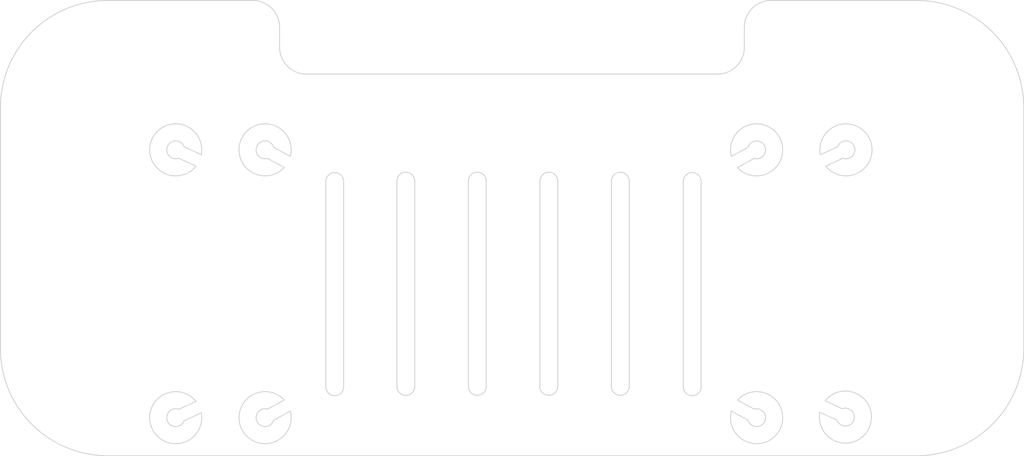
<source format=kicad_pcb>
(kicad_pcb
	(version 20240108)
	(generator "pcbnew")
	(generator_version "8.0")
	(general
		(thickness 1.6)
		(legacy_teardrops no)
	)
	(paper "A5")
	(title_block
		(title "solder:bit Gamepad")
		(date "2024-07-04")
		(rev "v0.6")
		(company "Lancaster University Devices Lab")
		(comment 1 "Aron Eggens")
	)
	(layers
		(0 "F.Cu" signal)
		(31 "B.Cu" signal)
		(32 "B.Adhes" user "B.Adhesive")
		(33 "F.Adhes" user "F.Adhesive")
		(34 "B.Paste" user)
		(35 "F.Paste" user)
		(36 "B.SilkS" user "B.Silkscreen")
		(37 "F.SilkS" user "F.Silkscreen")
		(38 "B.Mask" user)
		(39 "F.Mask" user)
		(40 "Dwgs.User" user "User.Drawings")
		(41 "Cmts.User" user "User.Comments")
		(42 "Eco1.User" user "User.Eco1")
		(43 "Eco2.User" user "User.Eco2")
		(44 "Edge.Cuts" user)
		(45 "Margin" user)
		(46 "B.CrtYd" user "B.Courtyard")
		(47 "F.CrtYd" user "F.Courtyard")
		(48 "B.Fab" user)
		(49 "F.Fab" user)
		(50 "User.1" user)
		(51 "User.2" user)
		(52 "User.3" user)
		(53 "User.4" user)
		(54 "User.5" user)
		(55 "User.6" user)
		(56 "User.7" user)
		(57 "User.8" user)
		(58 "User.9" user)
	)
	(setup
		(stackup
			(layer "F.SilkS"
				(type "Top Silk Screen")
				(color "White")
			)
			(layer "F.Paste"
				(type "Top Solder Paste")
			)
			(layer "F.Mask"
				(type "Top Solder Mask")
				(color "Black")
				(thickness 0.01)
			)
			(layer "F.Cu"
				(type "copper")
				(thickness 0.035)
			)
			(layer "dielectric 1"
				(type "core")
				(color "FR4 natural")
				(thickness 1.51)
				(material "FR4")
				(epsilon_r 4.5)
				(loss_tangent 0.02)
			)
			(layer "B.Cu"
				(type "copper")
				(thickness 0.035)
			)
			(layer "B.Mask"
				(type "Bottom Solder Mask")
				(color "Black")
				(thickness 0.01)
			)
			(layer "B.Paste"
				(type "Bottom Solder Paste")
			)
			(layer "B.SilkS"
				(type "Bottom Silk Screen")
				(color "White")
			)
			(copper_finish "ENIG")
			(dielectric_constraints no)
		)
		(pad_to_mask_clearance 0)
		(allow_soldermask_bridges_in_footprints no)
		(aux_axis_origin 104.125 68.25)
		(grid_origin 104.125 68.25)
		(pcbplotparams
			(layerselection 0x00010fc_ffffffff)
			(plot_on_all_layers_selection 0x0000000_00000000)
			(disableapertmacros no)
			(usegerberextensions yes)
			(usegerberattributes yes)
			(usegerberadvancedattributes no)
			(creategerberjobfile no)
			(dashed_line_dash_ratio 12.000000)
			(dashed_line_gap_ratio 3.000000)
			(svgprecision 4)
			(plotframeref no)
			(viasonmask no)
			(mode 1)
			(useauxorigin no)
			(hpglpennumber 1)
			(hpglpenspeed 20)
			(hpglpendiameter 15.000000)
			(pdf_front_fp_property_popups yes)
			(pdf_back_fp_property_popups yes)
			(dxfpolygonmode yes)
			(dxfimperialunits yes)
			(dxfusepcbnewfont yes)
			(psnegative no)
			(psa4output no)
			(plotreference yes)
			(plotvalue no)
			(plotfptext yes)
			(plotinvisibletext no)
			(sketchpadsonfab no)
			(subtractmaskfromsilk no)
			(outputformat 1)
			(mirror no)
			(drillshape 0)
			(scaleselection 1)
			(outputdirectory "../fabrication/Eurocircuits/gerbers-v0.6/")
		)
	)
	(net 0 "")
	(gr_arc
		(start 84.417893 55.792893)
		(mid 85.125 56.085786)
		(end 85.417893 56.792893)
		(stroke
			(width 0.1)
			(type default)
		)
		(layer "Edge.Cuts")
		(uuid "013d688e-6fba-464a-9250-28bd12fbe6ef")
	)
	(gr_arc
		(start 75.2499 36.514719)
		(mid 77.363504 37.385637)
		(end 78.25 39.492755)
		(stroke
			(width 0.1)
			(type default)
		)
		(layer "Edge.Cuts")
		(uuid "032c034e-9d3b-4071-b01f-0d1fa29d1304")
	)
	(gr_line
		(start 133.260392 36.514719)
		(end 149.5147 36.514719)
		(stroke
			(width 0.1)
			(type default)
		)
		(layer "Edge.Cuts")
		(uuid "06f23c76-5147-4d7a-b442-47194d79b60c")
	)
	(gr_line
		(start 127.25 44.764719)
		(end 81.25 44.764719)
		(stroke
			(width 0.1)
			(type default)
		)
		(layer "Edge.Cuts")
		(uuid "0b213f93-942d-4ea7-aaa0-6d0fe96de31b")
	)
	(gr_arc
		(start 149.5147 36.514719)
		(mid 158 40.029438)
		(end 161.514719 48.514719)
		(stroke
			(width 0.1)
			(type default)
		)
		(layer "Edge.Cuts")
		(uuid "0fe9b8f6-6265-4c00-9939-8307725e8e07")
	)
	(gr_arc
		(start 76.907174 54.209363)
		(mid 75.747101 52.771155)
		(end 77.584363 52.967826)
		(stroke
			(width 0.1)
			(type default)
		)
		(layer "Edge.Cuts")
		(uuid "12debfa5-cea3-4760-9384-f99daaca75f5")
	)
	(gr_line
		(start 115.375 79.75)
		(end 115.375 56.75)
		(stroke
			(width 0.1)
			(type default)
		)
		(layer "Edge.Cuts")
		(uuid "131d3ab9-7793-4711-a801-700ed1530ece")
	)
	(gr_line
		(start 117.375 56.75)
		(end 117.375 79.75)
		(stroke
			(width 0.1)
			(type default)
		)
		(layer "Edge.Cuts")
		(uuid "14063810-7fdf-4bd7-b489-0a3d1cb35a41")
	)
	(gr_arc
		(start 100.375 55.75)
		(mid 101.082107 56.042893)
		(end 101.375 56.75)
		(stroke
			(width 0.1)
			(type default)
		)
		(layer "Edge.Cuts")
		(uuid "16026287-e2bd-4600-86cb-4f0f9c91411e")
	)
	(gr_line
		(start 130.25 41.7647)
		(end 130.25 39.5147)
		(stroke
			(width 0.1)
			(type default)
		)
		(layer "Edge.Cuts")
		(uuid "1cd93419-1339-4fa2-98f1-b02703c2494c")
	)
	(gr_line
		(start 161.514719 48.514719)
		(end 161.514719 75.51472)
		(stroke
			(width 0.1)
			(type default)
		)
		(layer "Edge.Cuts")
		(uuid "1cde2652-67df-4755-8be6-2529545cac53")
	)
	(gr_arc
		(start 161.514719 75.51472)
		(mid 158.000001 84.000001)
		(end 149.51472 87.514719)
		(stroke
			(width 0.1)
			(type default)
		)
		(layer "Edge.Cuts")
		(uuid "1f88cc33-391d-4841-bc7e-c7af2e4176fb")
	)
	(gr_arc
		(start 93.375 79.75)
		(mid 93.082107 80.457107)
		(end 92.375 80.75)
		(stroke
			(width 0.1)
			(type default)
		)
		(layer "Edge.Cuts")
		(uuid "242add73-4d68-4faa-bce6-43467a4746a9")
	)
	(gr_line
		(start 83.417893 79.792893)
		(end 83.417893 56.792893)
		(stroke
			(width 0.1)
			(type default)
		)
		(layer "Edge.Cuts")
		(uuid "252f55f9-7e41-49e1-b674-5cc0ec088182")
	)
	(gr_line
		(start 130.665637 83.532174)
		(end 128.803332 82.51639)
		(stroke
			(width 0.1)
			(type default)
		)
		(layer "Edge.Cuts")
		(uuid "26511947-66a1-4e92-a1c7-64cd01a6593b")
	)
	(gr_arc
		(start 117.375 79.75)
		(mid 117.082107 80.457107)
		(end 116.375 80.75)
		(stroke
			(width 0.1)
			(type default)
		)
		(layer "Edge.Cuts")
		(uuid "2977310e-156c-4a7a-bc46-1ebeb85a1b97")
	)
	(gr_arc
		(start 116.375 80.75)
		(mid 115.667893 80.457107)
		(end 115.375 79.75)
		(stroke
			(width 0.1)
			(type default)
		)
		(layer "Edge.Cuts")
		(uuid "2b8ea0f0-22b8-4a0d-9c87-ae979fa642cb")
	)
	(gr_arc
		(start 129.48052 81.274854)
		(mid 134.184494 84.646061)
		(end 128.803332 82.51639)
		(stroke
			(width 0.1)
			(type default)
		)
		(layer "Edge.Cuts")
		(uuid "2f0dba45-d75a-49cd-9685-fcc48d8526c3")
	)
	(gr_arc
		(start 81.25 44.764719)
		(mid 79.128661 43.886047)
		(end 78.25 41.764719)
		(stroke
			(width 0.1)
			(type default)
		)
		(layer "Edge.Cuts")
		(uuid "30cf575e-d2af-4cab-9e9b-600a5f1542ea")
	)
	(gr_arc
		(start 92.375 55.75)
		(mid 93.082107 56.042893)
		(end 93.375 56.75)
		(stroke
			(width 0.1)
			(type default)
		)
		(layer "Edge.Cuts")
		(uuid "32a97c65-77ac-47a0-9e60-af0a7ebf33c9")
	)
	(gr_line
		(start 130.665637 52.967826)
		(end 128.803332 53.98361)
		(stroke
			(width 0.1)
			(type default)
		)
		(layer "Edge.Cuts")
		(uuid "339d7e88-ead7-4d66-b113-b621a89c9450")
	)
	(gr_arc
		(start 116.375 55.75)
		(mid 117.082107 56.042893)
		(end 117.375 56.75)
		(stroke
			(width 0.1)
			(type default)
		)
		(layer "Edge.Cuts")
		(uuid "33be2175-6ddb-45be-a99c-8cd58d17e9a2")
	)
	(gr_arc
		(start 91.375 56.75)
		(mid 91.667893 56.042893)
		(end 92.375 55.75)
		(stroke
			(width 0.1)
			(type default)
		)
		(layer "Edge.Cuts")
		(uuid "3762ea43-369c-471f-8437-1707e526e61c")
	)
	(gr_arc
		(start 141.21774 82.250106)
		(mid 142.471408 83.607504)
		(end 140.625106 83.534156)
		(stroke
			(width 0.1)
			(type default)
		)
		(layer "Edge.Cuts")
		(uuid "391a5183-e75e-4ed2-92d1-fd718d6bcc52")
	)
	(gr_arc
		(start 107.375 56.75)
		(mid 107.667893 56.042893)
		(end 108.375 55.75)
		(stroke
			(width 0.1)
			(type default)
		)
		(layer "Edge.Cuts")
		(uuid "3c5e2ca4-662b-4705-8b25-070f7c9d095b")
	)
	(gr_line
		(start 67.563343 52.904292)
		(end 69.489417 53.793245)
		(stroke
			(width 0.1)
			(type default)
		)
		(layer "Edge.Cuts")
		(uuid "3fd0a4fa-5f50-4498-a502-092640de2c5f")
	)
	(gr_line
		(start 85.417893 56.792893)
		(end 85.417893 79.792893)
		(stroke
			(width 0.1)
			(type default)
		)
		(layer "Edge.Cuts")
		(uuid "40b7e40e-a5d6-4ef7-9c9f-f03112403840")
	)
	(gr_arc
		(start 124.417893 80.792893)
		(mid 123.710786 80.5)
		(end 123.417893 79.792893)
		(stroke
			(width 0.1)
			(type default)
		)
		(layer "Edge.Cuts")
		(uuid "4450d569-ae35-4833-92fb-e084464d0c62")
	)
	(gr_arc
		(start 109.375 79.75)
		(mid 109.082107 80.457107)
		(end 108.375 80.75)
		(stroke
			(width 0.1)
			(type default)
		)
		(layer "Edge.Cuts")
		(uuid "44df7626-b422-4538-a918-16315e8baa7b")
	)
	(gr_line
		(start 140.625106 83.534156)
		(end 138.699032 82.645203)
		(stroke
			(width 0.1)
			(type default)
		)
		(layer "Edge.Cuts")
		(uuid "4e0a1980-d243-40da-9a5c-664dc30fc068")
	)
	(gr_arc
		(start 131.342826 82.290637)
		(mid 132.502899 83.728845)
		(end 130.665637 83.532174)
		(stroke
			(width 0.1)
			(type default)
		)
		(layer "Edge.Cuts")
		(uuid "4e791135-9795-4a9f-8af5-873360c029e4")
	)
	(gr_line
		(start 141.21774 82.250106)
		(end 139.291666 81.361155)
		(stroke
			(width 0.1)
			(type default)
		)
		(layer "Edge.Cuts")
		(uuid "5041f903-cc5b-4161-9ab5-8cc2a1380fb5")
	)
	(gr_line
		(start 47.014719 48.51472)
		(end 47.014719 75.51472)
		(stroke
			(width 0.1)
			(type default)
		)
		(layer "Edge.Cuts")
		(uuid "50decd12-e2dd-4a1f-b091-daa5618a7841")
	)
	(gr_line
		(start 99.375 79.75)
		(end 99.375 56.75)
		(stroke
			(width 0.1)
			(type default)
		)
		(layer "Edge.Cuts")
		(uuid "5621b373-886c-4f32-8c39-5f697c711bdb")
	)
	(gr_arc
		(start 92.375 80.75)
		(mid 91.667893 80.457107)
		(end 91.375 79.75)
		(stroke
			(width 0.1)
			(type default)
		)
		(layer "Edge.Cuts")
		(uuid "57f6740e-32db-466d-9a91-ca7e7840cb22")
	)
	(gr_line
		(start 149.51472 87.514719)
		(end 59.01472 87.514719)
		(stroke
			(width 0.1)
			(type default)
		)
		(layer "Edge.Cuts")
		(uuid "5aa56aca-94de-414c-ad34-d77d3482d78e")
	)
	(gr_arc
		(start 140.686658 52.904292)
		(mid 142.53296 52.830944)
		(end 141.279292 54.188342)
		(stroke
			(width 0.1)
			(type default)
		)
		(layer "Edge.Cuts")
		(uuid "5b1195e1-345e-42a4-8ee4-4a08402b3a2c")
	)
	(gr_arc
		(start 99.375 56.75)
		(mid 99.667893 56.042893)
		(end 100.375 55.75)
		(stroke
			(width 0.1)
			(type default)
		)
		(layer "Edge.Cuts")
		(uuid "5cd5a51a-ac66-49f6-abd3-0b01e802b8ca")
	)
	(gr_arc
		(start 85.417893 79.792893)
		(mid 85.125 80.5)
		(end 84.417893 80.792893)
		(stroke
			(width 0.1)
			(type default)
		)
		(layer "Edge.Cuts")
		(uuid "607f50b1-3f79-4bc0-b149-b5e1a5854085")
	)
	(gr_line
		(start 91.375 79.75)
		(end 91.375 56.75)
		(stroke
			(width 0.1)
			(type default)
		)
		(layer "Edge.Cuts")
		(uuid "66c37c2c-dfe3-4e36-b969-54255292b6d6")
	)
	(gr_arc
		(start 130.665637 52.967826)
		(mid 132.502899 52.771155)
		(end 131.342826 54.209363)
		(stroke
			(width 0.1)
			(type default)
		)
		(layer "Edge.Cuts")
		(uuid "67e741ce-53c5-420e-be32-ad987e985e00")
	)
	(gr_arc
		(start 128.803332 53.98361)
		(mid 134.184494 51.853939)
		(end 129.48052 55.225146)
		(stroke
			(width 0.1)
			(type default)
		)
		(layer "Edge.Cuts")
		(uuid "717b7208-02b5-4eeb-b524-ea14eb525222")
	)
	(gr_arc
		(start 115.375 56.75)
		(mid 115.667893 56.042893)
		(end 116.375 55.75)
		(stroke
			(width 0.1)
			(type default)
		)
		(layer "Edge.Cuts")
		(uuid "72739a5a-ca9e-4833-be5f-80e264bf1b64")
	)
	(gr_line
		(start 76.907174 82.290637)
		(end 78.76948 81.274854)
		(stroke
			(width 0.1)
			(type default)
		)
		(layer "Edge.Cuts")
		(uuid "7818bdb1-7ab9-4c00-8ad4-278af3dd68dd")
	)
	(gr_line
		(start 107.375 79.75)
		(end 107.375 56.75)
		(stroke
			(width 0.1)
			(type default)
		)
		(layer "Edge.Cuts")
		(uuid "7e35f4e9-8080-483c-91cb-b75116306e3d")
	)
	(gr_line
		(start 141.279292 54.188342)
		(end 139.353218 55.077293)
		(stroke
			(width 0.1)
			(type default)
		)
		(layer "Edge.Cuts")
		(uuid "82476996-5506-461c-a44e-2108585b8d33")
	)
	(gr_arc
		(start 67.563342 83.595708)
		(mid 65.71704 83.669056)
		(end 66.970708 82.311658)
		(stroke
			(width 0.1)
			(type default)
		)
		(layer "Edge.Cuts")
		(uuid "846c9c81-87cc-48ea-9a04-2b4b4bd6cb09")
	)
	(gr_line
		(start 101.375 56.75)
		(end 101.375 79.75)
		(stroke
			(width 0.1)
			(type default)
		)
		(layer "Edge.Cuts")
		(uuid "8489bf34-a59b-4413-aca2-d9d3c4e928e5")
	)
	(gr_arc
		(start 68.896783 55.077293)
		(mid 63.977865 52.028253)
		(end 69.489417 53.793245)
		(stroke
			(width 0.1)
			(type default)
		)
		(layer "Edge.Cuts")
		(uuid "855e8473-2c50-427e-82e2-055102f9fab5")
	)
	(gr_line
		(start 109.375 56.75)
		(end 109.375 79.75)
		(stroke
			(width 0.1)
			(type default)
		)
		(layer "Edge.Cuts")
		(uuid "87eb0803-2146-437c-804e-61a1c6a0a6b1")
	)
	(gr_arc
		(start 84.417893 80.792893)
		(mid 83.710786 80.5)
		(end 83.417893 79.792893)
		(stroke
			(width 0.1)
			(type default)
		)
		(layer "Edge.Cuts")
		(uuid "87eef1d2-e598-4be8-b581-936534ed1549")
	)
	(gr_arc
		(start 47.014719 48.51472)
		(mid 50.529438 40.029438)
		(end 59.01472 36.514719)
		(stroke
			(width 0.1)
			(type default)
		)
		(layer "Edge.Cuts")
		(uuid "87fc7a38-c9da-4080-8cae-b788f6e6aa8d")
	)
	(gr_line
		(start 77.584363 83.532174)
		(end 79.446668 82.51639)
		(stroke
			(width 0.1)
			(type default)
		)
		(layer "Edge.Cuts")
		(uuid "8a1be146-a247-4689-9978-f1970f24d28f")
	)
	(gr_line
		(start 78.25 41.764719)
		(end 78.25 39.492755)
		(stroke
			(width 0.1)
			(type default)
		)
		(layer "Edge.Cuts")
		(uuid "8f6527b4-53ad-4d22-b25b-04bcc191e2e6")
	)
	(gr_line
		(start 66.970709 54.188342)
		(end 68.896783 55.077293)
		(stroke
			(width 0.1)
			(type default)
		)
		(layer "Edge.Cuts")
		(uuid "90011b10-5984-4390-80ca-f8fd29d42f77")
	)
	(gr_arc
		(start 101.375 79.75)
		(mid 101.082107 80.457107)
		(end 100.375 80.75)
		(stroke
			(width 0.1)
			(type default)
		)
		(layer "Edge.Cuts")
		(uuid "94aa3cbb-1f4b-4451-967b-95c3e0716f87")
	)
	(gr_arc
		(start 139.291666 81.361155)
		(mid 144.210584 84.410195)
		(end 138.699032 82.645203)
		(stroke
			(width 0.1)
			(type default)
		)
		(layer "Edge.Cuts")
		(uuid "983f733f-132e-4fe3-aaf1-afa2e2e63ca2")
	)
	(gr_line
		(start 93.375 56.75)
		(end 93.375 79.75)
		(stroke
			(width 0.1)
			(type default)
		)
		(layer "Edge.Cuts")
		(uuid "9d643f10-0fd8-4047-9f41-cf572c7ddfab")
	)
	(gr_line
		(start 131.342826 82.290637)
		(end 129.48052 81.274854)
		(stroke
			(width 0.1)
			(type default)
		)
		(layer "Edge.Cuts")
		(uuid "9d7ccf20-6f16-4a8d-878b-3a32b3fcf0ff")
	)
	(gr_arc
		(start 79.446668 82.51639)
		(mid 74.065506 84.646061)
		(end 78.76948 81.274854)
		(stroke
			(width 0.1)
			(type default)
		)
		(layer "Edge.Cuts")
		(uuid "a1bd5c3e-f19c-44fa-889e-13cbe130235f")
	)
	(gr_arc
		(start 130.25 39.5147)
		(mid 131.132357 37.389709)
		(end 133.260392 36.514719)
		(stroke
			(width 0.1)
			(type default)
		)
		(layer "Edge.Cuts")
		(uuid "a69c407f-4475-4274-876c-f9db430aeb16")
	)
	(gr_arc
		(start 59.01472 87.514719)
		(mid 50.529439 84.000001)
		(end 47.014719 75.51472)
		(stroke
			(width 0.1)
			(type default)
		)
		(layer "Edge.Cuts")
		(uuid "a8ffbd3f-9a3f-486f-982e-1c6081062692")
	)
	(gr_line
		(start 140.686658 52.904292)
		(end 138.760584 53.793245)
		(stroke
			(width 0.1)
			(type default)
		)
		(layer "Edge.Cuts")
		(uuid "aa4f6bf6-4968-432f-9ae2-47be70d85eb7")
	)
	(gr_arc
		(start 108.375 80.75)
		(mid 107.667893 80.457107)
		(end 107.375 79.75)
		(stroke
			(width 0.1)
			(type default)
		)
		(layer "Edge.Cuts")
		(uuid "aadf0c6f-0719-4bb3-b1cc-0db49fdcc45f")
	)
	(gr_line
		(start 77.584363 52.967826)
		(end 79.446668 53.98361)
		(stroke
			(width 0.1)
			(type default)
		)
		(layer "Edge.Cuts")
		(uuid "acccbeb7-14dc-404b-a56f-42c98061f552")
	)
	(gr_arc
		(start 83.417893 56.792893)
		(mid 83.710786 56.085786)
		(end 84.417893 55.792893)
		(stroke
			(width 0.1)
			(type default)
		)
		(layer "Edge.Cuts")
		(uuid "adfb1f0a-0010-4095-b4ae-03a20748f5a2")
	)
	(gr_arc
		(start 124.417893 55.792893)
		(mid 125.125 56.085786)
		(end 125.417893 56.792893)
		(stroke
			(width 0.1)
			(type default)
		)
		(layer "Edge.Cuts")
		(uuid "b2a52377-c31f-4ae0-9eb1-db586ba66b12")
	)
	(gr_line
		(start 66.970708 82.311658)
		(end 68.896782 81.422707)
		(stroke
			(width 0.1)
			(type default)
		)
		(layer "Edge.Cuts")
		(uuid "b6fc6602-99ab-4d54-b699-256d0b452f60")
	)
	(gr_arc
		(start 108.375 55.75)
		(mid 109.082107 56.042893)
		(end 109.375 56.75)
		(stroke
			(width 0.1)
			(type default)
		)
		(layer "Edge.Cuts")
		(uuid "c301e6b8-5af4-4d09-9480-4a05fcb5c9f7")
	)
	(gr_arc
		(start 69.489416 82.706755)
		(mid 63.977864 84.471747)
		(end 68.896782 81.422707)
		(stroke
			(width 0.1)
			(type default)
		)
		(layer "Edge.Cuts")
		(uuid "c4d2418b-62d1-45c3-ad32-28860ec1f5d6")
	)
	(gr_arc
		(start 100.375 80.75)
		(mid 99.667893 80.457107)
		(end 99.375 79.75)
		(stroke
			(width 0.1)
			(type default)
		)
		(layer "Edge.Cuts")
		(uuid "c7cf25ba-d52a-4a20-8bf7-4932f13f1f42")
	)
	(gr_line
		(start 125.417893 56.792893)
		(end 125.417893 79.792893)
		(stroke
			(width 0.1)
			(type default)
		)
		(layer "Edge.Cuts")
		(uuid "cf10d467-5845-46d1-be3e-3860c0fd9c04")
	)
	(gr_arc
		(start 130.25 41.7647)
		(mid 129.37132 43.88602)
		(end 127.25 44.7647)
		(stroke
			(width 0.1)
			(type default)
		)
		(layer "Edge.Cuts")
		(uuid "d1d9c22d-f318-445a-8d15-94d04ba280ad")
	)
	(gr_arc
		(start 77.584363 83.532174)
		(mid 75.747101 83.728845)
		(end 76.907174 82.290637)
		(stroke
			(width 0.1)
			(type default)
		)
		(layer "Edge.Cuts")
		(uuid "d5a76511-2cb5-46a8-b9d0-dad3927e8117")
	)
	(gr_arc
		(start 125.417893 79.792893)
		(mid 125.125 80.5)
		(end 124.417893 80.792893)
		(stroke
			(width 0.1)
			(type default)
		)
		(layer "Edge.Cuts")
		(uuid "e2768482-154d-40ac-af47-444a9106006e")
	)
	(gr_line
		(start 123.417893 79.792893)
		(end 123.417893 56.792893)
		(stroke
			(width 0.1)
			(type default)
		)
		(layer "Edge.Cuts")
		(uuid "ec5aae75-7fb4-4c86-98af-19bd6323c08f")
	)
	(gr_arc
		(start 123.417893 56.792893)
		(mid 123.710786 56.085786)
		(end 124.417893 55.792893)
		(stroke
			(width 0.1)
			(type default)
		)
		(layer "Edge.Cuts")
		(uuid "f049af72-33c5-46d7-99c6-0e2d54f433ef")
	)
	(gr_line
		(start 131.342826 54.209363)
		(end 129.48052 55.225146)
		(stroke
			(width 0.1)
			(type default)
		)
		(layer "Edge.Cuts")
		(uuid "f19a84e9-e742-45c4-997c-6ca276b035c9")
	)
	(gr_line
		(start 76.907174 54.209363)
		(end 78.76948 55.225146)
		(stroke
			(width 0.1)
			(type default)
		)
		(layer "Edge.Cuts")
		(uuid "f2de8184-dc1f-4652-b54a-dea67371f33a")
	)
	(gr_arc
		(start 78.76948 55.225146)
		(mid 74.065506 51.853939)
		(end 79.446668 53.98361)
		(stroke
			(width 0.1)
			(type default)
		)
		(layer "Edge.Cuts")
		(uuid "f3302f31-0abb-44b8-af46-8d793f7c8722")
	)
	(gr_arc
		(start 138.760584 53.793245)
		(mid 144.272136 52.028253)
		(end 139.353218 55.077293)
		(stroke
			(width 0.1)
			(type default)
		)
		(layer "Edge.Cuts")
		(uuid "f6109979-f685-4ace-a156-307ab3f3b334")
	)
	(gr_line
		(start 67.563342 83.595708)
		(end 69.489416 82.706755)
		(stroke
			(width 0.1)
			(type default)
		)
		(layer "Edge.Cuts")
		(uuid "f8d459fd-57c8-44d8-b721-c9cd6fd1acb4")
	)
	(gr_arc
		(start 66.970709 54.188342)
		(mid 65.717041 52.830944)
		(end 67.563343 52.904292)
		(stroke
			(width 0.1)
			(type default)
		)
		(layer "Edge.Cuts")
		(uuid "fc58c363-4cf1-4600-8e45-790fc3b54611")
	)
	(gr_line
		(start 75.2499 36.514719)
		(end 59.01472 36.514719)
		(stroke
			(width 0.1)
			(type default)
		)
		(layer "Edge.Cuts")
		(uuid "fe28adc6-f34b-4ee7-a44a-38da65ea3f4d")
	)
	(dimension
		(type aligned)
		(layer "Dwgs.User")
		(uuid "13a07f3a-29e7-46b7-b5ba-7c281c20b7f9")
		(pts
			(xy 83.417893 68.292893) (xy 85.417893 68.292893)
		)
		(height -16.792893)
		(gr_text "2.0000 mm"
			(at 84.417893 50.35 0)
			(layer "Dwgs.User")
			(uuid "13a07f3a-29e7-46b7-b5ba-7c281c20b7f9")
			(effects
				(font
					(size 1 1)
					(thickness 0.15)
				)
			)
		)
		(format
			(prefix "")
			(suffix "")
			(units 3)
			(units_format 1)
			(precision 4)
		)
		(style
			(thickness 0.15)
			(arrow_length 1.27)
			(text_position_mode 0)
			(extension_height 0.58642)
			(extension_offset 0.5) keep_text_aligned)
	)
	(dimension
		(type aligned)
		(layer "Dwgs.User")
		(uuid "22463027-117c-4356-bf7e-88d08cbfe582")
		(pts
			(xy 93.375 74.5) (xy 99.375 74.5)
		)
		(height 9.75)
		(gr_text "6.0000 mm"
			(at 96.375 83.1 0)
			(layer "Dwgs.User")
			(uuid "22463027-117c-4356-bf7e-88d08cbfe582")
			(effects
				(font
					(size 1 1)
					(thickness 0.15)
				)
			)
		)
		(format
			(prefix "")
			(suffix "")
			(units 3)
			(units_format 1)
			(precision 4)
		)
		(style
			(thickness 0.15)
			(arrow_length 1.27)
			(text_position_mode 0)
			(extension_height 0.58642)
			(extension_offset 0.5) keep_text_aligned)
	)
	(dimension
		(type aligned)
		(layer "Dwgs.User")
		(uuid "2889df4b-1e6f-486f-9240-fba10a1a6800")
		(pts
			(xy 85.375 65.25) (xy 91.375 65.25)
		)
		(height 19)
		(gr_text "6.0000 mm"
			(at 88.375 83.1 0)
			(layer "Dwgs.User")
			(uuid "2889df4b-1e6f-486f-9240-fba10a1a6800")
			(effects
				(font
					(size 1 1)
					(thickness 0.15)
				)
			)
		)
		(format
			(prefix "")
			(suffix "")
			(units 3)
			(units_format 1)
			(precision 4)
		)
		(style
			(thickness 0.15)
			(arrow_length 1.27)
			(text_position_mode 0)
			(extension_height 0.58642)
			(extension_offset 0.5) keep_text_aligned)
	)
	(dimension
		(type aligned)
		(layer "Dwgs.User")
		(uuid "4426fdf2-746e-4b43-af3e-00b47affecb7")
		(pts
			(xy 141.625 52.25) (xy 141.625 54.25)
		)
		(height 4.1)
		(gr_text "2.0000 mm"
			(at 136.375 53.25 90)
			(layer "Dwgs.User")
			(uuid "4426fdf2-746e-4b43-af3e-00b47affecb7")
			(effects
				(font
					(size 1 1)
					(thickness 0.15)
				)
			)
		)
		(format
			(prefix "")
			(suffix "")
			(units 3)
			(units_format 1)
			(precision 4)
		)
		(style
			(thickness 0.15)
			(arrow_length 1.27)
			(text_position_mode 0)
			(extension_height 0.58642)
			(extension_offset 0.5) keep_text_aligned)
	)
	(dimension
		(type aligned)
		(layer "Dwgs.User")
		(uuid "5b67b492-2639-4c53-9f0d-f9305c3eaac4")
		(pts
			(xy 76.625 83.25) (xy 66.625 83.25)
		)
		(height 7.7)
		(gr_text "10.0000 mm"
			(at 71.625 74.4 0)
			(layer "Dwgs.User")
			(uuid "5b67b492-2639-4c53-9f0d-f9305c3eaac4")
			(effects
				(font
					(size 1 1)
					(thickness 0.15)
				)
			)
		)
		(format
			(prefix "")
			(suffix "")
			(units 3)
			(units_format 1)
			(precision 4)
		)
		(style
			(thickness 0.15)
			(arrow_length 1.27)
			(text_position_mode 0)
			(extension_height 0.58642)
			(extension_offset 0.5) keep_text_aligned)
	)
	(dimension
		(type aligned)
		(layer "Dwgs.User")
		(uuid "741e31d1-8dd7-4870-a806-2fecad1af7f7")
		(pts
			(xy 104.125 68.25) (xy 76.625 68.25)
		)
		(height 20.7)
		(gr_text "27.5000 mm"
			(at 90.375 46.4 0)
			(layer "Dwgs.User")
			(uuid "741e31d1-8dd7-4870-a806-2fecad1af7f7")
			(effects
				(font
					(size 1 1)
					(thickness 0.15)
				)
			)
		)
		(format
			(prefix "")
			(suffix "")
			(units 3)
			(units_format 1)
			(precision 4)
		)
		(style
			(thickness 0.15)
			(arrow_length 1.27)
			(text_position_mode 0)
			(extension_height 0.58642)
			(extension_offset 0.5) keep_text_aligned)
	)
	(dimension
		(type aligned)
		(layer "Dwgs.User")
		(uuid "7bf55c4b-3925-4460-8c1a-1271e6fe35c2")
		(pts
			(xy 84.417893 55.792893) (xy 84.417893 80.792893)
		)
		(height 3.292893)
		(gr_text "25.0000 mm"
			(at 79.975 68.292893 90)
			(layer "Dwgs.User")
			(uuid "7bf55c4b-3925-4460-8c1a-1271e6fe35c2")
			(effects
				(font
					(size 1 1)
					(thickness 0.15)
				)
			)
		)
		(format
			(prefix "")
			(suffix "")
			(units 3)
			(units_format 1)
			(precision 4)
		)
		(style
			(thickness 0.15)
			(arrow_length 1.27)
			(text_position_mode 0)
			(extension_height 0.58642)
			(extension_offset 0.5) keep_text_aligned)
	)
	(dimension
		(type aligned)
		(layer "Dwgs.User")
		(uuid "8a521037-af67-4778-8f9f-c0c598f1f795")
		(pts
			(xy 117.375 75) (xy 123.375 75)
		)
		(height 9.25)
		(gr_text "6.0000 mm"
			(at 120.375 83.1 0)
			(layer "Dwgs.User")
			(uuid "8a521037-af67-4778-8f9f-c0c598f1f795")
			(effects
				(font
					(size 1 1)
					(thickness 0.15)
				)
			)
		)
		(format
			(prefix "")
			(suffix "")
			(units 3)
			(units_format 1)
			(precision 4)
		)
		(style
			(thickness 0.15)
			(arrow_length 1.27)
			(text_position_mode 0)
			(extension_height 0.58642)
			(extension_offset 0.5) keep_text_aligned)
	)
	(dimension
		(type aligned)
		(layer "Dwgs.User")
		(uuid "8f11dd63-3fcb-444c-993f-bfa32c58a9e3")
		(pts
			(xy 141.625 53.25) (xy 141.5634 83.1884)
		)
		(height -8.974882)
		(gr_text "29.9385 mm"
			(at 149.419065 68.2353 89.88211077)
			(layer "Dwgs.User")
			(uuid "8f11dd63-3fcb-444c-993f-bfa32c58a9e3")
			(effects
				(font
					(size 1 1)
					(thickness 0.15)
				)
			)
		)
		(format
			(prefix "")
			(suffix "")
			(units 3)
			(units_format 1)
			(precision 4)
		)
		(style
			(thickness 0.15)
			(arrow_length 1.27)
			(text_position_mode 0)
			(extension_height 0.58642)
			(extension_offset 0.5) keep_text_aligned)
	)
	(dimension
		(type aligned)
		(layer "Dwgs.User")
		(uuid "94e9778e-de59-4008-b033-88eb3bc3f59f")
		(pts
			(xy 101.375 74.75) (xy 107.375 74.75)
		)
		(height 9.25)
		(gr_text "6.0000 mm"
			(at 104.375 82.85 0)
			(layer "Dwgs.User")
			(uuid "94e9778e-de59-4008-b033-88eb3bc3f59f")
			(effects
				(font
					(size 1 1)
					(thickness 0.15)
				)
			)
		)
		(format
			(prefix "")
			(suffix "")
			(units 3)
			(units_format 1)
			(precision 4)
		)
		(style
			(thickness 0.15)
			(arrow_length 1.27)
			(text_position_mode 0)
			(extension_height 0.58642)
			(extension_offset 0.5) keep_text_aligned)
	)
	(dimension
		(type aligned)
		(layer "Dwgs.User")
		(uuid "a18f9758-7b8e-41c6-b9a4-06f04e281239")
		(pts
			(xy 109.375 75.25) (xy 115.375 75.25)
		)
		(height 8.75)
		(gr_text "6.0000 mm"
			(at 112.375 82.85 0)
			(layer "Dwgs.User")
			(uuid "a18f9758-7b8e-41c6-b9a4-06f04e281239")
			(effects
				(font
					(size 1 1)
					(thickness 0.15)
				)
			)
		)
		(format
			(prefix "")
			(suffix "")
			(units 3)
			(units_format 1)
			(precision 4)
		)
		(style
			(thickness 0.15)
			(arrow_length 1.27)
			(text_position_mode 0)
			(extension_height 0.58642)
			(extension_offset 0.5) keep_text_aligned)
	)
	(dimension
		(type aligned)
		(layer "Dwgs.User")
		(uuid "b09b77b1-927b-46cd-8c61-339e8aff2074")
		(pts
			(xy 129.734485 53.475718) (xy 130.411673 54.717255)
		)
		(height 3.067153)
		(gr_text "1.4142 mm"
			(at 128.390011 55.014505 298.6099423)
			(layer "Dwgs.User")
			(uuid "b09b77b1-927b-46cd-8c61-339e8aff2074")
			(effects
				(font
					(size 1 1)
					(thickness 0.15)
				)
			)
		)
		(format
			(prefix "")
			(suffix "")
			(units 3)
			(units_format 1)
			(precision 4)
		)
		(style
			(thickness 0.15)
			(arrow_length 1.27)
			(text_position_mode 0)
			(extension_height 0.58642)
			(extension_offset 0.5) keep_text_aligned)
	)
	(dimension
		(type aligned)
		(layer "Dwgs.User")
		(uuid "e7411931-622c-4a71-af93-11b285167581")
		(pts
			(xy 141.625 50.35) (xy 141.625 56.15)
		)
		(height -4.7)
		(gr_text "5.8000 mm"
			(at 145.175 53.25 90)
			(layer "Dwgs.User")
			(uuid "e7411931-622c-4a71-af93-11b285167581")
			(effects
				(font
					(size 1 1)
					(thickness 0.15)
				)
			)
		)
		(format
			(prefix "")
			(suffix "")
			(units 3)
			(units_format 1)
			(precision 4)
		)
		(style
			(thickness 0.15)
			(arrow_length 1.27)
			(text_position_mode 0)
			(extension_height 0.58642)
			(extension_offset 0.5) keep_text_aligned)
	)
	(dimension
		(type aligned)
		(layer "Dwgs.User")
		(uuid "ec9fea94-f5a9-4283-beb7-a5ab134c9dfc")
		(pts
			(xy 66.625 50.35) (xy 66.625 56.15)
		)
		(height 4.2)
		(gr_text "5.8000 mm"
			(at 61.275 53.25 90)
			(layer "Dwgs.User")
			(uuid "ec9fea94-f5a9-4283-beb7-a5ab134c9dfc")
			(effects
				(font
					(size 1 1)
					(thickness 0.15)
				)
			)
		)
		(format
			(prefix "")
			(suffix "")
			(units 3)
			(units_format 1)
			(precision 4)
		)
		(style
			(thickness 0.15)
			(arrow_length 1.27)
			(text_position_mode 0)
			(extension_height 0.58642)
			(extension_offset 0.5) keep_text_aligned)
	)
	(dimension
		(type aligned)
		(layer "Dwgs.User")
		(uuid "f1badfc5-1c24-4c1a-822f-6f5735d019d8")
		(pts
			(xy 104.125 68.25) (xy 104.125 83.25)
		)
		(height -51)
		(gr_text "15.0000 mm"
			(at 153.975 75.75 90)
			(layer "Dwgs.User")
			(uuid "f1badfc5-1c24-4c1a-822f-6f5735d019d8")
			(effects
				(font
					(size 1 1)
					(thickness 0.15)
				)
			)
		)
		(format
			(prefix "")
			(suffix "")
			(units 3)
			(units_format 1)
			(precision 4)
		)
		(style
			(thickness 0.15)
			(arrow_length 1.27)
			(text_position_mode 0)
			(extension_height 0.58642)
			(extension_offset 0.5) keep_text_aligned)
	)
)

</source>
